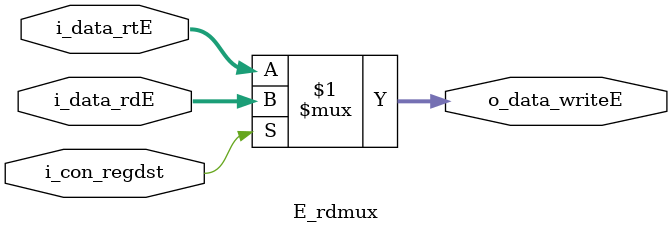
<source format=sv>
`timescale 1ns / 1ps
module E_rdmux
              (input  [4:0] i_data_rtE,i_data_rdE, 
               input        i_con_regdst, 
               output [4:0] o_data_writeE);

  assign o_data_writeE = i_con_regdst ? i_data_rdE : i_data_rtE; 

endmodule
                     


</source>
